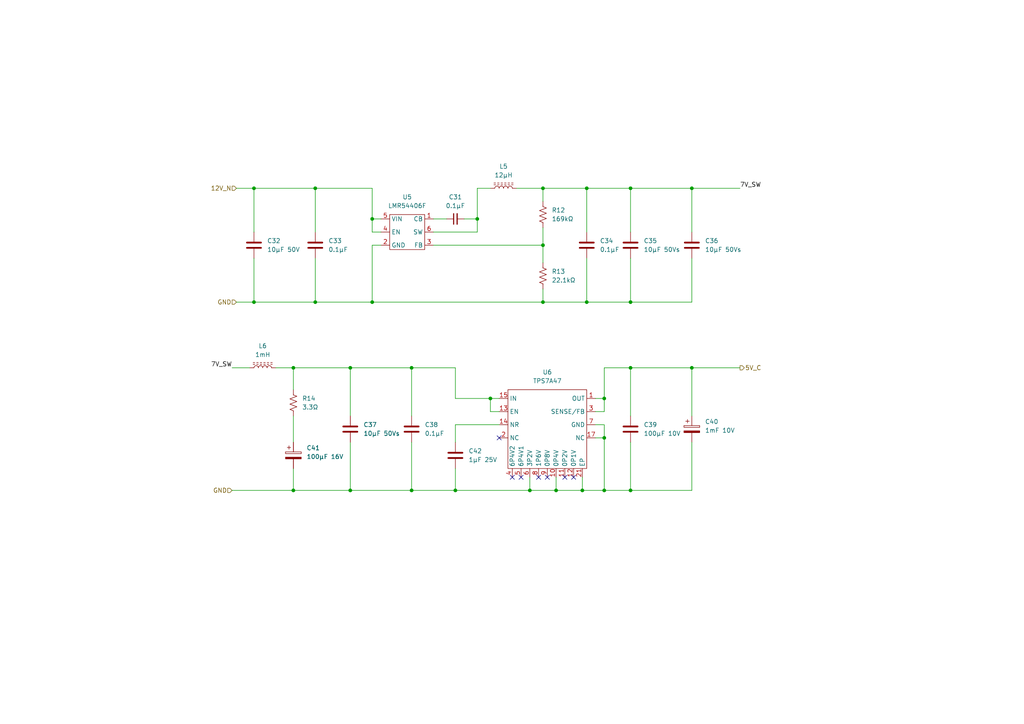
<source format=kicad_sch>
(kicad_sch (version 20231120) (generator "eeschema") (generator_version "8.0")
  (paper "A4")
  (lib_symbols
    (symbol "BW_Active:LMR54406"
      (property "Reference" "U" (at 0 8.382 0))
      (property "Value" "LMR54406" (at 0 6.35 0))
      (symbol "LMR54406_0_0"
        (pin passive line (at 7.62 3.81 180) (length 2.54) (name "CB") (number "1"))
        (pin power_in line (at -7.62 -3.81 0) (length 2.54) (name "GND") (number "2"))
        (pin passive line (at 7.62 -3.81 180) (length 2.54) (name "FB") (number "3"))
        (pin input line (at -7.62 0 0) (length 2.54) (name "EN") (number "4"))
        (pin power_in line (at -7.62 3.81 0) (length 2.54) (name "VIN") (number "5"))
        (pin passive line (at 7.62 0 180) (length 2.54) (name "SW") (number "6"))
      )
      (symbol "LMR54406_0_1"
        (polyline (pts (xy -5.08 5.08) (xy -5.08 -5.08) (xy 5.08 -5.08) (xy 5.08 5.08) (xy -5.08 5.08)))
      )
    )
    (symbol "BW_Active:TPS7A47"
      (property "Reference" "U" (at 0 14.732 0))
      (property "Value" "TPS7A47" (at 0 12.7 0))
      (symbol "TPS7A47_0_0"
        (pin power_out line (at 13.97 8.89 180) (length 2.54) (name "OUT") (number "1"))
        (pin passive line (at 2.54 -13.97 90) (length 2.54) (name "0P4V") (number "10"))
        (pin passive line (at 5.08 -13.97 90) (length 2.54) (name "0P2V") (number "11"))
        (pin passive line (at 7.62 -13.97 90) (length 2.54) (name "0P1V") (number "12"))
        (pin input line (at -13.97 5.08 0) (length 2.54) (name "EN") (number "13"))
        (pin passive line (at -13.97 1.27 0) (length 2.54) (name "NR") (number "14"))
        (pin power_in line (at -13.97 8.89 0) (length 2.54) (name "IN") (number "15"))
        (pin passive line (at -13.97 8.89 0) (length 2.54) hide (name "IN") (number "16"))
        (pin free line (at 13.97 -2.54 180) (length 2.54) (name "NC") (number "17"))
        (pin free line (at 13.97 -2.54 180) (length 2.54) hide (name "NC") (number "18"))
        (pin free line (at 13.97 -2.54 180) (length 2.54) hide (name "NC") (number "19"))
        (pin free line (at -13.97 -2.54 0) (length 2.54) (name "NC") (number "2"))
        (pin passive line (at 13.97 8.89 180) (length 2.54) hide (name "OUT") (number "20"))
        (pin passive line (at 10.16 -13.97 90) (length 2.54) (name "EP") (number "21"))
        (pin passive line (at 13.97 5.08 180) (length 2.54) (name "SENSE/FB") (number "3"))
        (pin passive line (at -10.16 -13.97 90) (length 2.54) (name "6P4V2") (number "4"))
        (pin passive line (at -7.62 -13.97 90) (length 2.54) (name "6P4V1") (number "5"))
        (pin passive line (at -5.08 -13.97 90) (length 2.54) (name "3P2V") (number "6"))
        (pin passive line (at 13.97 1.27 180) (length 2.54) (name "GND") (number "7"))
        (pin passive line (at -2.54 -13.97 90) (length 2.54) (name "1P6V") (number "8"))
        (pin passive line (at 0 -13.97 90) (length 2.54) (name "0P8V") (number "9"))
      )
      (symbol "TPS7A47_0_1"
        (polyline (pts (xy -11.43 11.43) (xy -11.43 -11.43) (xy 11.43 -11.43) (xy 11.43 11.43) (xy -11.43 11.43)))
      )
    )
    (symbol "Device:C" (pin_numbers hide) (pin_names (offset 0.254))
      (property "Reference" "C" (at 0.635 2.54 0))
      (property "Value" "C" (at 0.635 -2.54 0))
      (symbol "C_0_1"
        (polyline (pts (xy -2.032 -0.762) (xy 2.032 -0.762)) (stroke (width 0.508)))
        (polyline (pts (xy -2.032 0.762) (xy 2.032 0.762)) (stroke (width 0.508)))
      )
      (symbol "C_1_1"
        (pin passive line (at 0 3.81 270) (length 2.794) (name "~") (number "1"))
        (pin passive line (at 0 -3.81 90) (length 2.794) (name "~") (number "2"))
      )
    )
    (symbol "Device:C_Polarized" (pin_numbers hide) (pin_names (offset 0.254))
      (property "Reference" "C" (at 0.635 2.54 0))
      (property "Value" "C_Polarized" (at 0.635 -2.54 0))
      (symbol "C_Polarized_0_1"
        (rectangle (start -2.286 0.508) (end 2.286 1.016))
        (polyline (pts (xy -1.778 2.286) (xy -0.762 2.286)))
        (polyline (pts (xy -1.27 2.794) (xy -1.27 1.778)))
        (rectangle (start 2.286 -0.508) (end -2.286 -1.016) (fill (type outline)))
      )
      (symbol "C_Polarized_1_1"
        (pin passive line (at 0 3.81 270) (length 2.794) (name "~") (number "1"))
        (pin passive line (at 0 -3.81 90) (length 2.794) (name "~") (number "2"))
      )
    )
    (symbol "Device:C_Small" (pin_numbers hide) (pin_names (offset 0.254) hide)
      (property "Reference" "C" (at 0.254 1.778 0))
      (property "Value" "C_Small" (at 0.254 -2.032 0))
      (symbol "C_Small_0_1"
        (polyline (pts (xy -1.524 -0.508) (xy 1.524 -0.508)) (stroke (width 0.3302)))
        (polyline (pts (xy -1.524 0.508) (xy 1.524 0.508)) (stroke (width 0.3048)))
      )
      (symbol "C_Small_1_1"
        (pin passive line (at 0 2.54 270) (length 2.032) (name "~") (number "1"))
        (pin passive line (at 0 -2.54 90) (length 2.032) (name "~") (number "2"))
      )
    )
    (symbol "Device:L_Ferrite" (pin_numbers hide) (pin_names (offset 1.016) hide)
      (property "Reference" "L" (at -1.27 0 90))
      (property "Value" "L_Ferrite" (at 2.794 0 90))
      (symbol "L_Ferrite_0_1"
        (arc (start 0 -2.54) (mid 0.6323 -1.905) (end 0 -1.27))
        (arc (start 0 -1.27) (mid 0.6323 -0.635) (end 0 0))
        (polyline (pts (xy 1.016 -2.794) (xy 1.016 -2.286)))
        (polyline (pts (xy 1.016 -1.778) (xy 1.016 -1.27)))
        (polyline (pts (xy 1.016 -0.762) (xy 1.016 -0.254)))
        (polyline (pts (xy 1.016 0.254) (xy 1.016 0.762)))
        (polyline (pts (xy 1.016 1.27) (xy 1.016 1.778)))
        (polyline (pts (xy 1.016 2.286) (xy 1.016 2.794)))
        (polyline (pts (xy 1.524 -2.286) (xy 1.524 -2.794)))
        (polyline (pts (xy 1.524 -1.27) (xy 1.524 -1.778)))
        (polyline (pts (xy 1.524 -0.254) (xy 1.524 -0.762)))
        (polyline (pts (xy 1.524 0.762) (xy 1.524 0.254)))
        (polyline (pts (xy 1.524 1.778) (xy 1.524 1.27)))
        (polyline (pts (xy 1.524 2.794) (xy 1.524 2.286)))
        (arc (start 0 0) (mid 0.6323 0.635) (end 0 1.27))
        (arc (start 0 1.27) (mid 0.6323 1.905) (end 0 2.54))
      )
      (symbol "L_Ferrite_1_1"
        (pin passive line (at 0 3.81 270) (length 1.27) (name "1") (number "1"))
        (pin passive line (at 0 -3.81 90) (length 1.27) (name "2") (number "2"))
      )
    )
    (symbol "Device:R_US" (pin_numbers hide) (pin_names (offset 0))
      (property "Reference" "R" (at 2.54 0 90))
      (property "Value" "R_US" (at -2.54 0 90))
      (symbol "R_US_0_1"
        (polyline (pts (xy 0 -2.286) (xy 0 -2.54)))
        (polyline (pts (xy 0 2.286) (xy 0 2.54)))
        (polyline (pts (xy 0 -0.762) (xy 1.016 -1.143) (xy 0 -1.524) (xy -1.016 -1.905) (xy 0 -2.286)))
        (polyline (pts (xy 0 0.762) (xy 1.016 0.381) (xy 0 0) (xy -1.016 -0.381) (xy 0 -0.762)))
        (polyline (pts (xy 0 2.286) (xy 1.016 1.905) (xy 0 1.524) (xy -1.016 1.143) (xy 0 0.762)))
      )
      (symbol "R_US_1_1"
        (pin passive line (at 0 3.81 270) (length 1.27) (name "~") (number "1"))
        (pin passive line (at 0 -3.81 90) (length 1.27) (name "~") (number "2"))
      )
    )
  )
  (junction (at 107.95 63.5))
  (junction (at 175.26 115.57))
  (junction (at 170.18 54.61))
  (junction (at 200.66 106.68))
  (junction (at 182.88 54.61))
  (junction (at 101.6 106.68))
  (junction (at 170.18 87.63))
  (junction (at 168.91 142.24))
  (junction (at 175.26 142.24))
  (junction (at 91.44 87.63))
  (junction (at 182.88 87.63))
  (junction (at 153.67 142.24))
  (junction (at 73.66 87.63))
  (junction (at 200.66 54.61))
  (junction (at 119.38 142.24))
  (junction (at 182.88 142.24))
  (junction (at 107.95 87.63))
  (junction (at 142.24 115.57))
  (junction (at 119.38 106.68))
  (junction (at 132.08 142.24))
  (junction (at 157.48 54.61))
  (junction (at 157.48 71.12))
  (junction (at 85.09 142.24))
  (junction (at 182.88 106.68))
  (junction (at 85.09 106.68))
  (junction (at 161.29 142.24))
  (junction (at 101.6 142.24))
  (junction (at 157.48 87.63))
  (junction (at 138.43 63.5))
  (junction (at 73.66 54.61))
  (junction (at 91.44 54.61))
  (junction (at 175.26 127))
  (no_connect (at 144.78 127))
  (no_connect (at 158.75 138.43))
  (no_connect (at 151.13 138.43))
  (no_connect (at 166.37 138.43))
  (no_connect (at 156.21 138.43))
  (no_connect (at 148.59 138.43))
  (no_connect (at 163.83 138.43))
  (wire (pts (xy 91.44 54.61) (xy 107.95 54.61)))
  (wire (pts (xy 101.6 106.68) (xy 101.6 120.65)))
  (wire (pts (xy 153.67 138.43) (xy 153.67 142.24)))
  (wire (pts (xy 182.88 54.61) (xy 182.88 67.31)))
  (wire (pts (xy 101.6 128.27) (xy 101.6 142.24)))
  (wire (pts (xy 175.26 127) (xy 175.26 142.24)))
  (wire (pts (xy 107.95 87.63) (xy 91.44 87.63)))
  (wire (pts (xy 132.08 142.24) (xy 153.67 142.24)))
  (wire (pts (xy 67.31 142.24) (xy 85.09 142.24)))
  (wire (pts (xy 200.66 128.27) (xy 200.66 142.24)))
  (wire (pts (xy 182.88 54.61) (xy 200.66 54.61)))
  (wire (pts (xy 142.24 115.57) (xy 132.08 115.57)))
  (wire (pts (xy 157.48 58.42) (xy 157.48 54.61)))
  (wire (pts (xy 200.66 106.68) (xy 182.88 106.68)))
  (wire (pts (xy 144.78 123.19) (xy 132.08 123.19)))
  (wire (pts (xy 170.18 74.93) (xy 170.18 87.63)))
  (wire (pts (xy 110.49 67.31) (xy 107.95 67.31)))
  (wire (pts (xy 107.95 54.61) (xy 107.95 63.5)))
  (wire (pts (xy 73.66 54.61) (xy 73.66 67.31)))
  (wire (pts (xy 170.18 54.61) (xy 157.48 54.61)))
  (wire (pts (xy 200.66 67.31) (xy 200.66 54.61)))
  (wire (pts (xy 200.66 87.63) (xy 182.88 87.63)))
  (wire (pts (xy 182.88 106.68) (xy 175.26 106.68)))
  (wire (pts (xy 73.66 74.93) (xy 73.66 87.63)))
  (wire (pts (xy 101.6 106.68) (xy 119.38 106.68)))
  (wire (pts (xy 107.95 67.31) (xy 107.95 63.5)))
  (wire (pts (xy 200.66 74.93) (xy 200.66 87.63)))
  (wire (pts (xy 182.88 74.93) (xy 182.88 87.63)))
  (wire (pts (xy 182.88 54.61) (xy 170.18 54.61)))
  (wire (pts (xy 161.29 142.24) (xy 168.91 142.24)))
  (wire (pts (xy 125.73 67.31) (xy 138.43 67.31)))
  (wire (pts (xy 91.44 87.63) (xy 73.66 87.63)))
  (wire (pts (xy 125.73 71.12) (xy 157.48 71.12)))
  (wire (pts (xy 132.08 135.89) (xy 132.08 142.24)))
  (wire (pts (xy 161.29 138.43) (xy 161.29 142.24)))
  (wire (pts (xy 132.08 115.57) (xy 132.08 106.68)))
  (wire (pts (xy 170.18 67.31) (xy 170.18 54.61)))
  (wire (pts (xy 68.58 54.61) (xy 73.66 54.61)))
  (wire (pts (xy 85.09 106.68) (xy 101.6 106.68)))
  (wire (pts (xy 157.48 71.12) (xy 157.48 66.04)))
  (wire (pts (xy 175.26 106.68) (xy 175.26 115.57)))
  (wire (pts (xy 132.08 106.68) (xy 119.38 106.68)))
  (wire (pts (xy 119.38 128.27) (xy 119.38 142.24)))
  (wire (pts (xy 157.48 87.63) (xy 107.95 87.63)))
  (wire (pts (xy 85.09 135.89) (xy 85.09 142.24)))
  (wire (pts (xy 153.67 142.24) (xy 161.29 142.24)))
  (wire (pts (xy 91.44 54.61) (xy 91.44 67.31)))
  (wire (pts (xy 73.66 54.61) (xy 91.44 54.61)))
  (wire (pts (xy 91.44 74.93) (xy 91.44 87.63)))
  (wire (pts (xy 168.91 138.43) (xy 168.91 142.24)))
  (wire (pts (xy 138.43 67.31) (xy 138.43 63.5)))
  (wire (pts (xy 182.88 128.27) (xy 182.88 142.24)))
  (wire (pts (xy 144.78 115.57) (xy 142.24 115.57)))
  (wire (pts (xy 175.26 119.38) (xy 175.26 115.57)))
  (wire (pts (xy 157.48 71.12) (xy 157.48 76.2)))
  (wire (pts (xy 142.24 115.57) (xy 142.24 119.38)))
  (wire (pts (xy 144.78 119.38) (xy 142.24 119.38)))
  (wire (pts (xy 80.01 106.68) (xy 85.09 106.68)))
  (wire (pts (xy 175.26 142.24) (xy 168.91 142.24)))
  (wire (pts (xy 67.31 106.68) (xy 72.39 106.68)))
  (wire (pts (xy 85.09 120.65) (xy 85.09 128.27)))
  (wire (pts (xy 119.38 142.24) (xy 101.6 142.24)))
  (wire (pts (xy 134.62 63.5) (xy 138.43 63.5)))
  (wire (pts (xy 200.66 142.24) (xy 182.88 142.24)))
  (wire (pts (xy 132.08 123.19) (xy 132.08 128.27)))
  (wire (pts (xy 182.88 142.24) (xy 175.26 142.24)))
  (wire (pts (xy 101.6 142.24) (xy 85.09 142.24)))
  (wire (pts (xy 175.26 123.19) (xy 175.26 127)))
  (wire (pts (xy 119.38 106.68) (xy 119.38 120.65)))
  (wire (pts (xy 125.73 63.5) (xy 129.54 63.5)))
  (wire (pts (xy 107.95 63.5) (xy 110.49 63.5)))
  (wire (pts (xy 170.18 87.63) (xy 157.48 87.63)))
  (wire (pts (xy 73.66 87.63) (xy 68.58 87.63)))
  (wire (pts (xy 138.43 54.61) (xy 142.24 54.61)))
  (wire (pts (xy 200.66 106.68) (xy 214.63 106.68)))
  (wire (pts (xy 132.08 142.24) (xy 119.38 142.24)))
  (wire (pts (xy 172.72 119.38) (xy 175.26 119.38)))
  (wire (pts (xy 172.72 127) (xy 175.26 127)))
  (wire (pts (xy 138.43 63.5) (xy 138.43 54.61)))
  (wire (pts (xy 200.66 54.61) (xy 214.63 54.61)))
  (wire (pts (xy 182.88 87.63) (xy 170.18 87.63)))
  (wire (pts (xy 175.26 115.57) (xy 172.72 115.57)))
  (wire (pts (xy 110.49 71.12) (xy 107.95 71.12)))
  (wire (pts (xy 107.95 71.12) (xy 107.95 87.63)))
  (wire (pts (xy 182.88 106.68) (xy 182.88 120.65)))
  (wire (pts (xy 157.48 83.82) (xy 157.48 87.63)))
  (wire (pts (xy 172.72 123.19) (xy 175.26 123.19)))
  (wire (pts (xy 157.48 54.61) (xy 149.86 54.61)))
  (wire (pts (xy 85.09 106.68) (xy 85.09 113.03)))
  (wire (pts (xy 200.66 106.68) (xy 200.66 120.65)))
  (label "7V_SW" (at 67.31 106.68 180))
  (label "7V_SW" (at 214.63 54.61 0))
  (hierarchical_label "GND" (shape input) (at 68.58 87.63 180))
  (hierarchical_label "12V_N" (shape input) (at 68.58 54.61 180))
  (hierarchical_label "GND" (shape input) (at 67.31 142.24 180))
  (hierarchical_label "5V_C" (shape output) (at 214.63 106.68 0))
  (symbol (lib_id "Device:C") (at 200.66 71.12 0) (unit 1)
    (property "Reference" "C36" (at 204.47 69.8499 0) (effects (justify left)))
    (property "Value" "10µF 50Vs" (at 204.47 72.3899 0) (effects (justify left)))
    (property "Footprint" "Capacitor_SMD:C_0805_2012Metric" (effects (hide yes)))
    (property "Description" "Unpolarized capacitor" (effects (hide yes)))
  )
  (symbol (lib_id "Device:L_Ferrite") (at 146.05 54.61 90) (unit 1)
    (property "Reference" "L5" (at 146.05 48.26 90))
    (property "Value" "12µH" (at 146.05 50.8 90))
    (property "Footprint" "BW_PassiveMechanical:L_Bourns_SRR4528A" (effects (hide yes)))
    (property "Description" "Inductor with ferrite core" (effects (hide yes)))
  )
  (symbol (lib_id "Device:C") (at 182.88 71.12 0) (unit 1)
    (property "Reference" "C35" (at 186.69 69.8499 0) (effects (justify left)))
    (property "Value" "10µF 50Vs" (at 186.69 72.3899 0) (effects (justify left)))
    (property "Footprint" "Capacitor_SMD:C_0805_2012Metric" (effects (hide yes)))
    (property "Description" "Unpolarized capacitor" (effects (hide yes)))
  )
  (symbol (lib_id "Device:L_Ferrite") (at 76.2 106.68 90) (unit 1)
    (property "Reference" "L6" (at 76.2 100.33 90))
    (property "Value" "1mH" (at 76.2 102.87 90))
    (property "Footprint" "BW_PassiveMechanical:L_Coilcraft_MSS7348-XXX-fixed" (effects (hide yes)))
    (property "Description" "Inductor with ferrite core" (effects (hide yes)))
  )
  (symbol (lib_id "Device:C") (at 182.88 124.46 0) (unit 1)
    (property "Reference" "C39" (at 186.69 123.1899 0) (effects (justify left)))
    (property "Value" "100µF 10V" (at 186.69 125.7299 0) (effects (justify left)))
    (property "Footprint" "Capacitor_SMD:C_1210_3225Metric" (effects (hide yes)))
    (property "Description" "Unpolarized capacitor" (effects (hide yes)))
  )
  (symbol (lib_id "Device:C") (at 73.66 71.12 0) (unit 1)
    (property "Reference" "C32" (at 77.47 69.8499 0) (effects (justify left)))
    (property "Value" "10µF 50V" (at 77.47 72.3899 0) (effects (justify left)))
    (property "Footprint" "Capacitor_SMD:C_1206_3216Metric" (effects (hide yes)))
    (property "Description" "Unpolarized capacitor" (effects (hide yes)))
  )
  (symbol (lib_id "Device:C_Polarized") (at 85.09 132.08 0) (unit 1)
    (property "Reference" "C41" (at 88.9 129.9209 0) (effects (justify left)))
    (property "Value" "100µF 16V" (at 88.9 132.4609 0) (effects (justify left)))
    (property "Footprint" "Capacitor_THT:CP_Radial_D5.0mm_P2.00mm" (effects (hide yes)))
    (property "Description" "Polarized capacitor" (effects (hide yes)))
  )
  (symbol (lib_id "Device:R_US") (at 85.09 116.84 0) (unit 1)
    (property "Reference" "R14" (at 87.63 115.5699 0) (effects (justify left)))
    (property "Value" "3.3Ω" (at 87.63 118.1099 0) (effects (justify left)))
    (property "Footprint" "Resistor_SMD:R_0805_2012Metric" (effects (hide yes)))
    (property "Description" "Resistor, US symbol" (effects (hide yes)))
  )
  (symbol (lib_id "BW_Active:LMR54406") (at 118.11 67.31 0) (unit 1)
    (property "Reference" "U5" (at 118.11 57.15 0))
    (property "Value" "LMR54406F" (at 118.11 59.69 0))
    (property "Footprint" "Package_TO_SOT_SMD:SOT-23-6" (effects (hide yes)))
    (property "Datasheet" "https://www.ti.com/lit/ds/symlink/lmr54406.pdf" (effects (hide yes)))
    (property "Description" "Simple 0.6A Buck Converter" (effects (hide yes)))
  )
  (symbol (lib_id "Device:C") (at 170.18 71.12 0) (unit 1)
    (property "Reference" "C34" (at 173.99 69.8499 0) (effects (justify left)))
    (property "Value" "0.1µF" (at 173.99 72.3899 0) (effects (justify left)))
    (property "Footprint" "Capacitor_SMD:C_0603_1608Metric" (effects (hide yes)))
    (property "Description" "Unpolarized capacitor" (effects (hide yes)))
  )
  (symbol (lib_id "Device:C") (at 132.08 132.08 0) (unit 1)
    (property "Reference" "C42" (at 135.89 130.8099 0) (effects (justify left)))
    (property "Value" "1µF 25V" (at 135.89 133.3499 0) (effects (justify left)))
    (property "Footprint" "Capacitor_SMD:C_0603_1608Metric" (effects (hide yes)))
    (property "Description" "Unpolarized capacitor" (effects (hide yes)))
  )
  (symbol (lib_id "Device:C") (at 101.6 124.46 0) (unit 1)
    (property "Reference" "C37" (at 105.41 123.1899 0) (effects (justify left)))
    (property "Value" "10µF 50Vs" (at 105.41 125.7299 0) (effects (justify left)))
    (property "Footprint" "Capacitor_SMD:C_0805_2012Metric" (effects (hide yes)))
    (property "Description" "Unpolarized capacitor" (effects (hide yes)))
  )
  (symbol (lib_id "BW_Active:TPS7A47") (at 158.75 124.46 0) (unit 1)
    (property "Reference" "U6" (at 158.75 107.95 0))
    (property "Value" "TPS7A47" (at 158.75 110.49 0))
    (property "Footprint" "Package_DFN_QFN:Texas_RGW0020A_VQFN-20-1EP_5x5mm_P0.65mm_EP3.15x3.15mm" (effects (hide yes)))
    (property "Datasheet" "https://www.ti.com/lit/ds/symlink/tps7a47.pdf" (effects (hide yes)))
    (property "Description" "1A Ultra-low-noise LDO" (effects (hide yes)))
  )
  (symbol (lib_id "Device:R_US") (at 157.48 80.01 0) (unit 1)
    (property "Reference" "R13" (at 160.02 78.7399 0) (effects (justify left)))
    (property "Value" "22.1kΩ" (at 160.02 81.2799 0) (effects (justify left)))
    (property "Footprint" "Resistor_SMD:R_0603_1608Metric" (effects (hide yes)))
    (property "Description" "Resistor, US symbol" (effects (hide yes)))
  )
  (symbol (lib_id "Device:R_US") (at 157.48 62.23 0) (unit 1)
    (property "Reference" "R12" (at 160.02 60.9599 0) (effects (justify left)))
    (property "Value" "169kΩ" (at 160.02 63.4999 0) (effects (justify left)))
    (property "Footprint" "Resistor_SMD:R_0603_1608Metric" (effects (hide yes)))
    (property "Description" "Resistor, US symbol" (effects (hide yes)))
  )
  (symbol (lib_id "Device:C_Polarized") (at 200.66 124.46 0) (unit 1)
    (property "Reference" "C40" (at 204.47 122.3009 0) (effects (justify left)))
    (property "Value" "1mF 10V" (at 204.47 124.8409 0) (effects (justify left)))
    (property "Footprint" "Capacitor_THT:CP_Radial_D8.0mm_P3.50mm" (effects (hide yes)))
    (property "Description" "Polarized capacitor" (effects (hide yes)))
  )
  (symbol (lib_id "Device:C") (at 91.44 71.12 0) (unit 1)
    (property "Reference" "C33" (at 95.25 69.8499 0) (effects (justify left)))
    (property "Value" "0.1µF" (at 95.25 72.3899 0) (effects (justify left)))
    (property "Footprint" "Capacitor_SMD:C_0603_1608Metric" (effects (hide yes)))
    (property "Description" "Unpolarized capacitor" (effects (hide yes)))
  )
  (symbol (lib_id "Device:C") (at 119.38 124.46 0) (unit 1)
    (property "Reference" "C38" (at 123.19 123.1899 0) (effects (justify left)))
    (property "Value" "0.1µF" (at 123.19 125.7299 0) (effects (justify left)))
    (property "Footprint" "Capacitor_SMD:C_0603_1608Metric" (effects (hide yes)))
    (property "Description" "Unpolarized capacitor" (effects (hide yes)))
  )
  (symbol (lib_id "Device:C_Small") (at 132.08 63.5 90) (unit 1)
    (property "Reference" "C31" (at 132.0863 57.15 90))
    (property "Value" "0.1µF" (at 132.0863 59.69 90))
    (property "Footprint" "Capacitor_SMD:C_0603_1608Metric" (effects (hide yes)))
    (property "Description" "Unpolarized capacitor, small symbol" (effects (hide yes)))
  )
)
</source>
